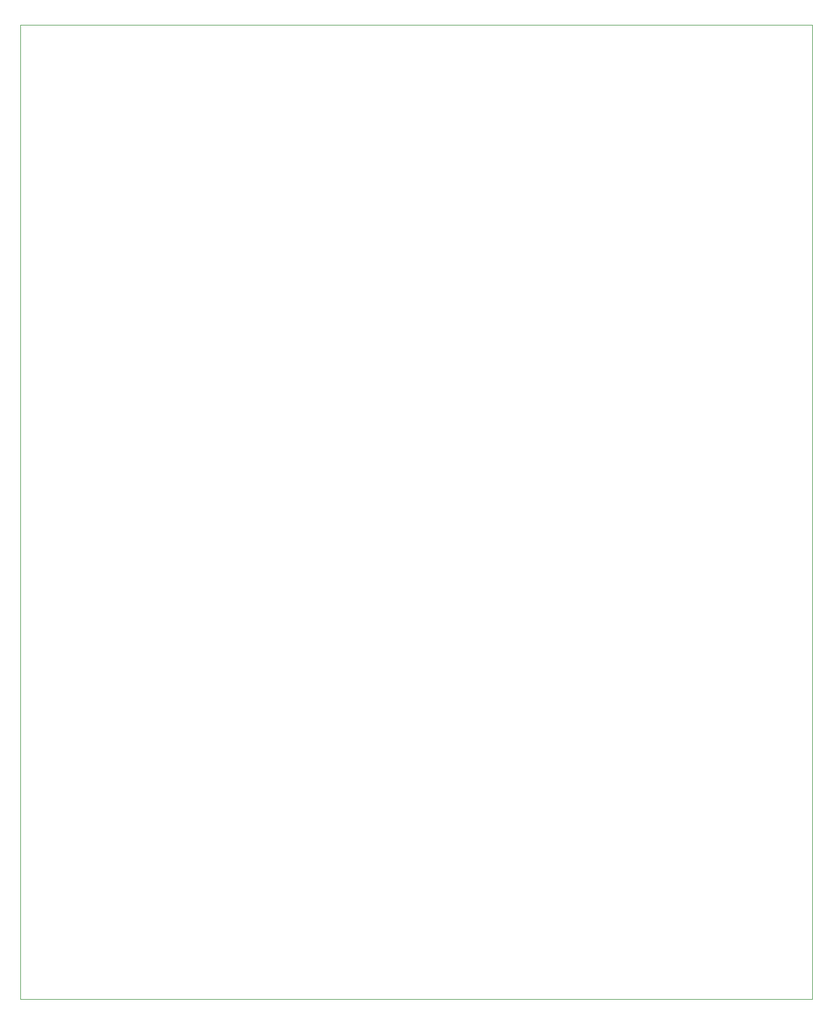
<source format=gbr>
%TF.GenerationSoftware,KiCad,Pcbnew,(7.0.0)*%
%TF.CreationDate,2023-06-10T10:48:00-03:00*%
%TF.ProjectId,Bad Thing of the Edge Keyboard,42616420-5468-4696-9e67-206f66207468,rev?*%
%TF.SameCoordinates,Original*%
%TF.FileFunction,Profile,NP*%
%FSLAX46Y46*%
G04 Gerber Fmt 4.6, Leading zero omitted, Abs format (unit mm)*
G04 Created by KiCad (PCBNEW (7.0.0)) date 2023-06-10 10:48:00*
%MOMM*%
%LPD*%
G01*
G04 APERTURE LIST*
%TA.AperFunction,Profile*%
%ADD10C,0.100000*%
%TD*%
G04 APERTURE END LIST*
D10*
X171689900Y-26319100D02*
X171689900Y-172165900D01*
X53071900Y-172165900D02*
X53071900Y-26319100D01*
X171689900Y-172165900D02*
X53071900Y-172165900D01*
X171689900Y-26319100D02*
X53071900Y-26319100D01*
M02*

</source>
